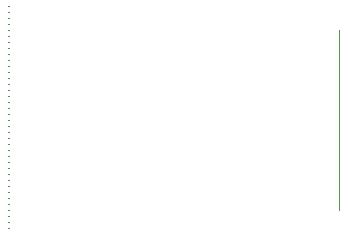
<source format=gbo>
%TF.GenerationSoftware,KiCad,Pcbnew,8.0.2*%
%TF.CreationDate,2024-06-01T12:45:28+02:00*%
%TF.ProjectId,LoraSensor,4c6f7261-5365-46e7-936f-722e6b696361,rev?*%
%TF.SameCoordinates,Original*%
%TF.FileFunction,Legend,Bot*%
%TF.FilePolarity,Positive*%
%FSLAX46Y46*%
G04 Gerber Fmt 4.6, Leading zero omitted, Abs format (unit mm)*
G04 Created by KiCad (PCBNEW 8.0.2) date 2024-06-01 12:45:28*
%MOMM*%
%LPD*%
G01*
G04 APERTURE LIST*
%ADD10C,0.100000*%
%ADD11C,0.127000*%
G04 APERTURE END LIST*
D10*
X215900000Y-66065400D02*
X215900000Y-81305400D01*
D11*
X187960000Y-64008000D02*
X187960000Y-64008000D01*
X187960000Y-64516000D02*
X187960000Y-64516000D01*
X187960000Y-65024000D02*
X187960000Y-65024000D01*
X187960000Y-65532000D02*
X187960000Y-65532000D01*
X187960000Y-66040000D02*
X187960000Y-66040000D01*
X187960000Y-66548000D02*
X187960000Y-66548000D01*
X187960000Y-67056000D02*
X187960000Y-67056000D01*
X187960000Y-67564000D02*
X187960000Y-67564000D01*
X187960000Y-68072000D02*
X187960000Y-68072000D01*
X187960000Y-68580000D02*
X187960000Y-68580000D01*
X187960000Y-69088000D02*
X187960000Y-69088000D01*
X187960000Y-69596000D02*
X187960000Y-69596000D01*
X187960000Y-70104000D02*
X187960000Y-70104000D01*
X187960000Y-70612000D02*
X187960000Y-70612000D01*
X187960000Y-71120000D02*
X187960000Y-71120000D01*
X187960000Y-71628000D02*
X187960000Y-71628000D01*
X187960000Y-72136000D02*
X187960000Y-72136000D01*
X187960000Y-72644000D02*
X187960000Y-72644000D01*
X187960000Y-73152000D02*
X187960000Y-73152000D01*
X187960000Y-73660000D02*
X187960000Y-73660000D01*
X187960000Y-74168000D02*
X187960000Y-74168000D01*
X187960000Y-74676000D02*
X187960000Y-74676000D01*
X187960000Y-75184000D02*
X187960000Y-75184000D01*
X187960000Y-75692000D02*
X187960000Y-75692000D01*
X187960000Y-76200000D02*
X187960000Y-76200000D01*
X187960000Y-76708000D02*
X187960000Y-76708000D01*
X187960000Y-77216000D02*
X187960000Y-77216000D01*
X187960000Y-77724000D02*
X187960000Y-77724000D01*
X187960000Y-78232000D02*
X187960000Y-78232000D01*
X187960000Y-78740000D02*
X187960000Y-78740000D01*
X187960000Y-79248000D02*
X187960000Y-79248000D01*
X187960000Y-79756000D02*
X187960000Y-79756000D01*
X187960000Y-80264000D02*
X187960000Y-80264000D01*
X187960000Y-80772000D02*
X187960000Y-80772000D01*
X187960000Y-81280000D02*
X187960000Y-81280000D01*
X187960000Y-81788000D02*
X187960000Y-81788000D01*
X187960000Y-82296000D02*
X187960000Y-82296000D01*
X187960000Y-82804000D02*
X187960000Y-82804000D01*
M02*

</source>
